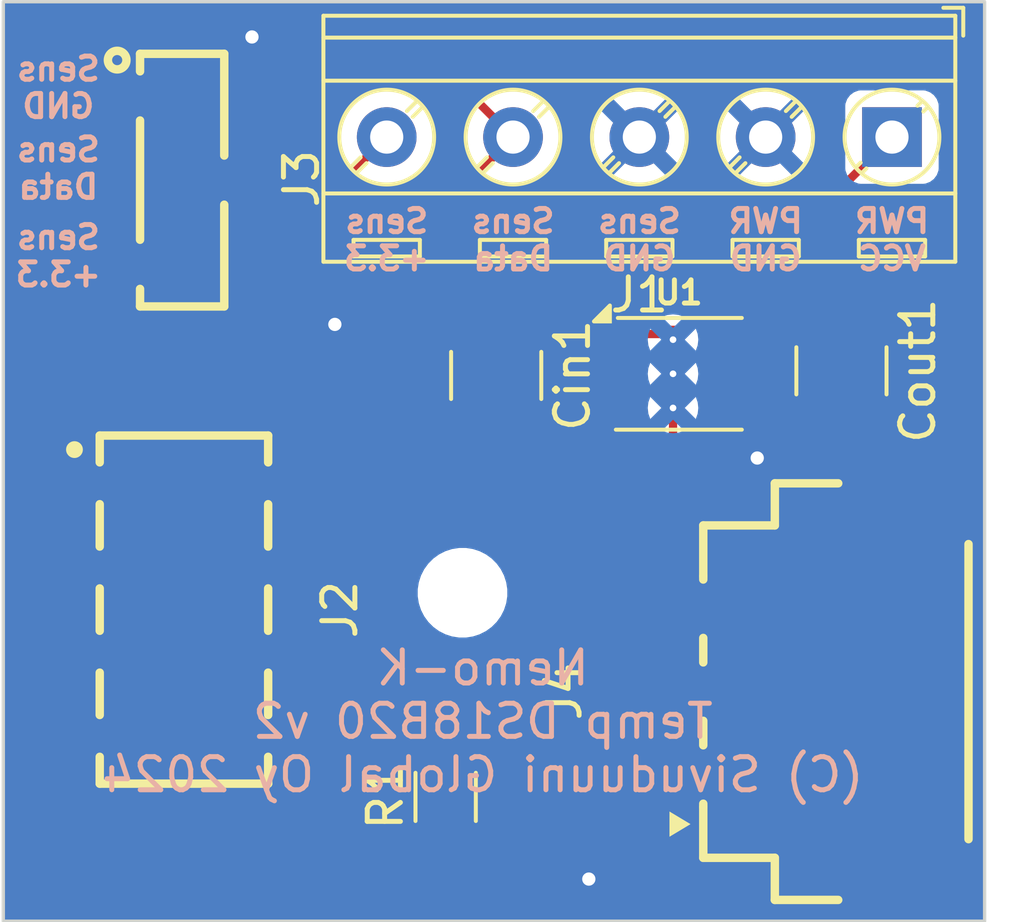
<source format=kicad_pcb>
(kicad_pcb (version 20240108) (generator "pcbnew") (generator_version "8.0")
  (layers (0 "F.Cu" signal) (31 "B.Cu" signal) (34 "B.Paste" user) (35 "F.Paste" user) (36 "B.SilkS" user "B.Silkscreen") (37 "F.SilkS" user "F.Silkscreen") (38 "B.Mask" user) (39 "F.Mask" user) (44 "Edge.Cuts" user))
  (net 0 "")
  (net 1 "Earth")
  (net 2 "+3V3")
  (net 3 "Net-(J1-Vin)")
  (net 4 "Net-(J1-TempData)")
  (footprint "Resistor_SMD:R_1206_3216Metric" (layer "F.Cu") (at 125.222 99.1215 90)
    (property "Reference" "R1" (at 0 -1.82 90) (layer "F.SilkS"))
    (property "Value" "4K7")
    (fp_line (start -0.727064 -0.91) (end 0.727064 -0.91) (stroke (width 0.12)) (layer "F.SilkS"))
    (fp_line (start -0.727064 0.91) (end 0.727064 0.91) (stroke (width 0.12)) (layer "F.SilkS"))
    (pad "1" smd roundrect (at -1.4625 0 90) (size 1.125 1.75) (layers "F.Cu" "F.Paste" "F.Mask") (roundrect_rratio 0.222222) (net 2 "+3V3"))
    (pad "2" smd roundrect (at 1.4625 0 90) (size 1.125 1.75) (layers "F.Cu" "F.Paste" "F.Mask") (roundrect_rratio 0.222222) (net 4 "Net-(J1-TempData)"))
  )
  (footprint "C5160786:HDR-TH_3P-P2.54_DZ254S-11-03-48" (layer "F.Cu") (at 117.274 80.518 -90)
    (property "Reference" "J3" (at -0.045 -3.6 90) (layer "F.SilkS"))
    (property "Value" "TempSensor")
    (fp_line (start -3.81 1.27) (end -3.81 -1.27) (stroke (width 0.254)) (layer "F.SilkS"))
    (fp_line (start -3.281 1.27) (end -3.81 1.27) (stroke (width 0.254)) (layer "F.SilkS"))
    (fp_line (start 1.799 1.27) (end -1.799 1.27) (stroke (width 0.254)) (layer "F.SilkS"))
    (fp_line (start 3.81 1.27) (end 3.281 1.27) (stroke (width 0.254)) (layer "F.SilkS"))
    (fp_line (start -3.81 -1.27) (end -0.741 -1.27) (stroke (width 0.254)) (layer "F.SilkS"))
    (fp_line (start 0.741 -1.27) (end 3.81 -1.27) (stroke (width 0.254)) (layer "F.SilkS"))
    (fp_line (start 3.81 -1.27) (end 3.81 1.27) (stroke (width 0.254)) (layer "F.SilkS"))
    (fp_circle (center -3.62 1.96) (end -3.34 1.96) (stroke (width 0.254)) (fill none) (layer "F.SilkS"))
    (pad "1" smd rect (at -2.54 1.45 270) (size 1.02 2.9) (layers "F.Cu" "F.Paste" "F.Mask") (net 1 "Earth"))
    (pad "2" smd rect (at 0 -1.45 270) (size 1.02 2.9) (layers "F.Cu" "F.Paste" "F.Mask") (net 4 "Net-(J1-TempData)"))
    (pad "3" smd rect (at 2.54 1.45 270) (size 1.02 2.9) (layers "F.Cu" "F.Paste" "F.Mask") (net 2 "+3V3"))
  )
  (footprint "C2905025:CONN-SMD_3P-P2.50_SHOUHAN_2.54-3PWTDK" (layer "F.Cu") (at 135.592 95.946 90)
    (property "Reference" "J4" (at 0 -6.8 90) (layer "F.SilkS"))
    (property "Value" "Conn_01x03_Pin")
    (fp_line (start 5.013 -2.6) (end 3.481 -2.6) (stroke (width 0.254)) (layer "F.SilkS"))
    (fp_line (start 5.013 -2.6) (end 5.013 -0.441) (stroke (width 0.254)) (layer "F.SilkS"))
    (fp_line (start 3.381 -2.6) (end 3.481 -2.6) (stroke (width 0.254)) (layer "F.SilkS"))
    (fp_line (start 0.881 -2.6) (end 1.619 -2.6) (stroke (width 0.254)) (layer "F.SilkS"))
    (fp_line (start -1.619 -2.6) (end -0.881 -2.6) (stroke (width 0.254)) (layer "F.SilkS"))
    (fp_line (start -3.481 -2.6) (end -3.381 -2.6) (stroke (width 0.254)) (layer "F.SilkS"))
    (fp_line (start -3.481 -2.6) (end -5.013 -2.6) (stroke (width 0.254)) (layer "F.SilkS"))
    (fp_line (start -5.013 -2.6) (end -5.013 -0.441) (stroke (width 0.254)) (layer "F.SilkS"))
    (fp_line (start 6.283 -0.441) (end 6.283 1.4715) (stroke (width 0.254)) (layer "F.SilkS"))
    (fp_line (start 5.013 -0.441) (end 6.283 -0.441) (stroke (width 0.254)) (layer "F.SilkS"))
    (fp_line (start -5.013 -0.441) (end -6.283 -0.441) (stroke (width 0.254)) (layer "F.SilkS"))
    (fp_line (start -6.283 -0.441) (end -6.283 1.471) (stroke (width 0.254)) (layer "F.SilkS"))
    (fp_line (start -4.45 5.401) (end 4.45 5.401) (stroke (width 0.254)) (layer "F.SilkS"))
    (fp_poly (pts (xy -3.997 -2.9845) (xy -3.616 -3.6195) (xy -4.378 -3.6195)) (fill solid) (layer "F.SilkS"))
    (pad "1" smd rect (at -2.5 -3.6 90) (size 1.3 5) (layers "F.Cu" "F.Paste" "F.Mask") (net 1 "Earth"))
    (pad "2" smd rect (at 0 -3.6 90) (size 1.3 5) (layers "F.Cu" "F.Paste" "F.Mask") (net 4 "Net-(J1-TempData)"))
    (pad "3" smd rect (at 2.5 -3.6 90) (size 1.3 5) (layers "F.Cu" "F.Paste" "F.Mask") (net 2 "+3V3"))
    (pad "4" smd rect (at 5.4 3.6 90) (size 1.5 3.8) (layers "F.Cu" "F.Paste" "F.Mask"))
    (pad "5" smd rect (at -5.4 3.6 90) (size 1.5 3.8) (layers "F.Cu" "F.Paste" "F.Mask"))
  )
  (footprint "Package_LGA:Texas_SIL0010A_MicroSiP-10-1EP_3.8x3mm_P0.6mm_EP0.7x2.9mm_ThermalVias" (layer "F.Cu") (at 132.255 86.36)
    (property "Reference" "U1" (at 0 -2.45 0) (layer "F.SilkS") (effects (font (size 0.7 0.7))))
    (property "Value" "LMZM23601V3SILR")
    (fp_line (start -1.9 1.685) (end 1.9 1.685) (stroke (width 0.12)) (layer "F.SilkS"))
    (fp_line (start -1.84 -1.685) (end 1.9 -1.685) (stroke (width 0.12)) (layer "F.SilkS"))
    (fp_poly (pts (xy -2.08 -1.58) (xy -2.56 -1.58) (xy -2.08 -2.06) (xy -2.08 -1.58)) (stroke (width 0.12)) (fill solid) (layer "F.SilkS"))
    (pad "1" smd roundrect (at -1.525 -1.2) (size 0.8 0.45) (layers "F.Cu" "F.Paste" "F.Mask") (net 1 "Earth"))
    (pad "2" smd roundrect (at -1.525 -0.6) (size 0.8 0.45) (layers "F.Cu" "F.Paste" "F.Mask") (net 1 "Earth"))
    (pad "3" smd roundrect (at -1.525 0) (size 0.8 0.45) (layers "F.Cu" "F.Paste" "F.Mask") (net 3 "Net-(J1-Vin)"))
    (pad "4" smd roundrect (at -1.525 0.6) (size 0.8 0.45) (layers "F.Cu" "F.Paste" "F.Mask") (net 3 "Net-(J1-Vin)"))
    (pad "5" smd roundrect (at -1.525 1.2) (size 0.8 0.45) (layers "F.Cu" "F.Paste" "F.Mask"))
    (pad "6" smd roundrect (at 1.525 1.2) (size 0.8 0.45) (layers "F.Cu" "F.Paste" "F.Mask") (net 2 "+3V3"))
    (pad "7" smd roundrect (at 1.525 0.6) (size 0.8 0.45) (layers "F.Cu" "F.Paste" "F.Mask") (net 2 "+3V3"))
    (pad "8" smd roundrect (at 1.525 0) (size 0.8 0.45) (layers "F.Cu" "F.Paste" "F.Mask"))
    (pad "9" smd roundrect (at 1.525 -0.6) (size 0.8 0.45) (layers "F.Cu" "F.Paste" "F.Mask"))
    (pad "10" smd roundrect (at 1.525 -1.2) (size 0.8 0.45) (layers "F.Cu" "F.Paste" "F.Mask"))
    (pad "11" thru_hole circle (at -0.175 -1.03) (size 0.5 0.5) (drill 0.2) (property pad_prop_heatsink) (layers "*.Cu") (net 1 "Earth"))
    (pad "11" thru_hole circle (at -0.175 0) (size 0.5 0.5) (drill 0.2) (property pad_prop_heatsink) (layers "*.Cu") (net 1 "Earth"))
    (pad "11" smd rect (at -0.175 0) (size 0.5 2.56) (property pad_prop_heatsink) (layers "B.Cu") (net 1 "Earth"))
    (pad "11" smd rect (at -0.175 0) (size 0.7 2.9) (property pad_prop_heatsink) (layers "F.Cu" "F.Mask") (net 1 "Earth"))
    (pad "11" thru_hole circle (at -0.175 1.03) (size 0.5 0.5) (drill 0.2) (property pad_prop_heatsink) (layers "*.Cu") (net 1 "Earth"))
  )
  (footprint "Capacitor_SMD:C_1210_3225Metric" (layer "F.Cu") (at 137.16 86.27 -90)
    (property "Reference" "Cout1" (at 0 -2.3 90) (layer "F.SilkS"))
    (property "Value" "33μF (6.3V)")
    (fp_line (start -0.711252 1.36) (end 0.711252 1.36) (stroke (width 0.12)) (layer "F.SilkS"))
    (fp_line (start -0.711252 -1.36) (end 0.711252 -1.36) (stroke (width 0.12)) (layer "F.SilkS"))
    (pad "1" smd roundrect (at -1.475 0 270) (size 1.15 2.7) (layers "F.Cu" "F.Paste" "F.Mask") (roundrect_rratio 0.217391) (net 2 "+3V3"))
    (pad "2" smd roundrect (at 1.475 0 270) (size 1.15 2.7) (layers "F.Cu" "F.Paste" "F.Mask") (roundrect_rratio 0.217391) (net 1 "Earth"))
  )
  (footprint "C3975149:HDR-SMD_8P-P2.54-V-F-R2-C4-S7.1" (layer "F.Cu") (at 117.328 93.472 -90)
    (property "Reference" "J2" (at 0 -4.7 90) (layer "F.SilkS"))
    (property "Value" "ESP-01S")
    (fp_line (start -5.25 2.54) (end -4.441 2.54) (stroke (width 0.254)) (layer "F.SilkS"))
    (fp_line (start -3.179 2.54) (end -1.901 2.54) (stroke (width 0.254)) (layer "F.SilkS"))
    (fp_line (start -0.639 2.54) (end 0.639 2.54) (stroke (width 0.254)) (layer "F.SilkS"))
    (fp_line (start 1.901 2.54) (end 3.179 2.54) (stroke (width 0.254)) (layer "F.SilkS"))
    (fp_line (start 4.441 2.54) (end 5.25 2.54) (stroke (width 0.254)) (layer "F.SilkS"))
    (fp_line (start -5.25 -2.54) (end -5.25 2.54) (stroke (width 0.254)) (layer "F.SilkS"))
    (fp_line (start -5.25 -2.54) (end -4.441 -2.54) (stroke (width 0.254)) (layer "F.SilkS"))
    (fp_line (start -3.179 -2.54) (end -1.901 -2.54) (stroke (width 0.254)) (layer "F.SilkS"))
    (fp_line (start -0.639 -2.54) (end 0.639 -2.54) (stroke (width 0.254)) (layer "F.SilkS"))
    (fp_line (start 1.901 -2.54) (end 3.179 -2.54) (stroke (width 0.254)) (layer "F.SilkS"))
    (fp_line (start 4.441 -2.54) (end 5.25 -2.54) (stroke (width 0.254)) (layer "F.SilkS"))
    (fp_line (start 5.25 -2.54) (end 5.25 2.54) (stroke (width 0.254)) (layer "F.SilkS"))
    (fp_circle (center -4.826 3.302) (end -4.699 3.302) (stroke (width 0.254)) (fill none) (layer "F.SilkS"))
    (pad "1" smd rect (at -3.81 -2.4 270) (size 0.8 3.2) (layers "F.Cu" "F.Paste" "F.Mask") (net 1 "Earth"))
    (pad "2" smd rect (at -3.81 2.4 270) (size 0.8 3.2) (layers "F.Cu" "F.Paste" "F.Mask"))
    (pad "3" smd rect (at -1.27 -2.4 270) (size 0.8 3.2) (layers "F.Cu" "F.Paste" "F.Mask") (net 4 "Net-(J1-TempData)"))
    (pad "4" smd rect (at -1.27 2.4 270) (size 0.8 3.2) (layers "F.Cu" "F.Paste" "F.Mask") (net 2 "+3V3"))
    (pad "5" smd rect (at 1.27 -2.4 270) (size 0.8 3.2) (layers "F.Cu" "F.Paste" "F.Mask"))
    (pad "6" smd rect (at 1.27 2.4 270) (size 0.8 3.2) (layers "F.Cu" "F.Paste" "F.Mask"))
    (pad "7" smd rect (at 3.81 -2.4 270) (size 0.8 3.2) (layers "F.Cu" "F.Paste" "F.Mask"))
    (pad "8" smd rect (at 3.81 2.4 270) (size 0.8 3.2) (layers "F.Cu" "F.Paste" "F.Mask") (net 2 "+3V3"))
  )
  (footprint "MountingHole:MountingHole_2.2mm_M2" (layer "F.Cu") (at 125.73 92.964)
    (property "Reference" "REF**" (hide yes))
    (property "Value" "MountingHole_2.2mm_M2")
    (pad "" np_thru_hole circle (at 0 0) (size 2.2 2.2) (drill 2.2) (layers "*.Cu" "*.Mask"))
  )
  (footprint "Capacitor_SMD:C_1210_3225Metric" (layer "F.Cu") (at 126.746 86.409 -90)
    (property "Reference" "Cin1" (at 0 -2.3 -90) (layer "F.SilkS"))
    (property "Value" "10μF (50V)")
    (fp_line (start -0.711252 1.36) (end 0.711252 1.36) (stroke (width 0.12)) (layer "F.SilkS"))
    (fp_line (start -0.711252 -1.36) (end 0.711252 -1.36) (stroke (width 0.12)) (layer "F.SilkS"))
    (pad "1" smd roundrect (at -1.475 0 270) (size 1.15 2.7) (layers "F.Cu" "F.Paste" "F.Mask") (roundrect_rratio 0.217391) (net 3 "Net-(J1-Vin)"))
    (pad "2" smd roundrect (at 1.475 0 270) (size 1.15 2.7) (layers "F.Cu" "F.Paste" "F.Mask") (roundrect_rratio 0.217391) (net 1 "Earth"))
  )
  (footprint "TerminalBlock_MetzConnect:TerminalBlock_MetzConnect_Type086_RT03405HBLC_1x05_P3.81mm_Horizontal" (layer "F.Cu") (at 138.684 79.22 180)
    (property "Reference" "J1" (at 7.62 -4.76 0) (layer "F.SilkS"))
    (property "Value" "PWR & Sensor" (hide yes))
    (fp_line (start 17.15 -3.76) (end 17.15 3.66) (stroke (width 0.12)) (layer "F.SilkS"))
    (fp_line (start 16.325 -0.91) (end 16.026 -0.611) (stroke (width 0.12)) (layer "F.SilkS"))
    (fp_line (start 16.241 -3.6) (end 16.241 -3.1) (stroke (width 0.12)) (layer "F.SilkS"))
    (fp_line (start 16.151 -1.085) (end 15.851 -0.786) (stroke (width 0.12)) (layer "F.SilkS"))
    (fp_line (start 14.63 0.786) (end 14.33 1.085) (stroke (width 0.12)) (layer "F.SilkS"))
    (fp_line (start 14.455 0.611) (end 14.156 0.91) (stroke (width 0.12)) (layer "F.SilkS"))
    (fp_line (start 14.24 -3.1) (end 16.241 -3.1) (stroke (width 0.12)) (layer "F.SilkS"))
    (fp_line (start 14.24 -3.6) (end 16.241 -3.6) (stroke (width 0.12)) (layer "F.SilkS"))
    (fp_line (start 14.24 -3.6) (end 14.24 -3.1) (stroke (width 0.12)) (layer "F.SilkS"))
    (fp_line (start 12.515 -0.91) (end 12.216 -0.611) (stroke (width 0.12)) (layer "F.SilkS"))
    (fp_line (start 12.43 -3.6) (end 12.43 -3.1) (stroke (width 0.12)) (layer "F.SilkS"))
    (fp_line (start 12.341 -1.085) (end 12.041 -0.786) (stroke (width 0.12)) (layer "F.SilkS"))
    (fp_line (start 10.82 0.786) (end 10.52 1.085) (stroke (width 0.12)) (layer "F.SilkS"))
    (fp_line (start 10.645 0.611) (end 10.346 0.91) (stroke (width 0.12)) (layer "F.SilkS"))
    (fp_line (start 10.43 -3.1) (end 12.43 -3.1) (stroke (width 0.12)) (layer "F.SilkS"))
    (fp_line (start 10.43 -3.6) (end 12.43 -3.6) (stroke (width 0.12)) (layer "F.SilkS"))
    (fp_line (start 10.43 -3.6) (end 10.43 -3.1) (stroke (width 0.12)) (layer "F.SilkS"))
    (fp_line (start 8.705 -0.91) (end 8.406 -0.611) (stroke (width 0.12)) (layer "F.SilkS"))
    (fp_line (start 8.62 -3.6) (end 8.62 -3.1) (stroke (width 0.12)) (layer "F.SilkS"))
    (fp_line (start 8.531 -1.085) (end 8.231 -0.786) (stroke (width 0.12)) (layer "F.SilkS"))
    (fp_line (start 7.01 0.786) (end 6.71 1.085) (stroke (width 0.12)) (layer "F.SilkS"))
    (fp_line (start 6.835 0.611) (end 6.536 0.91) (stroke (width 0.12)) (layer "F.SilkS"))
    (fp_line (start 6.62 -3.1) (end 8.62 -3.1) (stroke (width 0.12)) (layer "F.SilkS"))
    (fp_line (start 6.62 -3.6) (end 8.62 -3.6) (stroke (width 0.12)) (layer "F.SilkS"))
    (fp_line (start 6.62 -3.6) (end 6.62 -3.1) (stroke (width 0.12)) (layer "F.SilkS"))
    (fp_line (start 4.895 -0.91) (end 4.596 -0.611) (stroke (width 0.12)) (layer "F.SilkS"))
    (fp_line (start 4.81 -3.6) (end 4.81 -3.1) (stroke (width 0.12)) (layer "F.SilkS"))
    (fp_line (start 4.721 -1.085) (end 4.421 -0.786) (stroke (width 0.12)) (layer "F.SilkS"))
    (fp_line (start 3.2 0.786) (end 2.9 1.085) (stroke (width 0.12)) (layer "F.SilkS"))
    (fp_line (start 3.025 0.611) (end 2.726 0.91) (stroke (width 0.12)) (layer "F.SilkS"))
    (fp_line (start 2.81 -3.1) (end 4.81 -3.1) (stroke (width 0.12)) (layer "F.SilkS"))
    (fp_line (start 2.81 -3.6) (end 4.81 -3.6) (stroke (width 0.12)) (layer "F.SilkS"))
    (fp_line (start 2.81 -3.6) (end 2.81 -3.1) (stroke (width 0.12)) (layer "F.SilkS"))
    (fp_line (start 1.085 -0.91) (end 0.945 -0.771) (stroke (width 0.12)) (layer "F.SilkS"))
    (fp_line (start 1 -3.6) (end 1 -3.1) (stroke (width 0.12)) (layer "F.SilkS"))
    (fp_line (start 0.911 -1.085) (end 0.771 -0.945) (stroke (width 0.12)) (layer "F.SilkS"))
    (fp_line (start -0.771 0.945) (end -0.911 1.085) (stroke (width 0.12)) (layer "F.SilkS"))
    (fp_line (start -0.946 0.771) (end -1.085 0.91) (stroke (width 0.12)) (layer "F.SilkS"))
    (fp_line (start -1 -3.1) (end 1 -3.1) (stroke (width 0.12)) (layer "F.SilkS"))
    (fp_line (start -1 -3.6) (end 1 -3.6) (stroke (width 0.12)) (layer "F.SilkS"))
    (fp_line (start -1 -3.6) (end -1 -3.1) (stroke (width 0.12)) (layer "F.SilkS"))
    (fp_line (start -1.91 3.66) (end 17.15 3.66) (stroke (width 0.12)) (layer "F.SilkS"))
    (fp_line (start -1.91 3) (end 17.15 3) (stroke (width 0.12)) (layer "F.SilkS"))
    (fp_line (start -1.91 1.701) (end 17.15 1.701) (stroke (width 0.12)) (layer "F.SilkS"))
    (fp_line (start -1.91 -1.7) (end 17.15 -1.7) (stroke (width 0.12)) (layer "F.SilkS"))
    (fp_line (start -1.91 -3.76) (end 17.15 -3.76) (stroke (width 0.12)) (layer "F.SilkS"))
    (fp_line (start -1.91 -3.76) (end -1.91 3.66) (stroke (width 0.12)) (layer "F.SilkS"))
    (fp_line (start -2.15 3.9) (end -1.55 3.9) (stroke (width 0.12)) (layer "F.SilkS"))
    (fp_line (start -2.15 3.06) (end -2.15 3.9) (stroke (width 0.12)) (layer "F.SilkS"))
    (fp_circle (center 15.24 0) (end 16.67 0) (stroke (width 0.12)) (fill none) (layer "F.SilkS"))
    (fp_circle (center 11.43 0) (end 12.86 0) (stroke (width 0.12)) (fill none) (layer "F.SilkS"))
    (fp_circle (center 7.62 0) (end 9.05 0) (stroke (width 0.12)) (fill none) (layer "F.SilkS"))
    (fp_circle (center 3.81 0) (end 5.24 0) (stroke (width 0.12)) (fill none) (layer "F.SilkS"))
    (fp_circle (center 0 0) (end 1.43 0) (stroke (width 0.12)) (fill none) (layer "F.SilkS"))
    (pad "1" thru_hole rect (at 0 0 180) (size 1.8 1.8) (drill 1) (layers "*.Cu" "*.Mask") (net 3 "Net-(J1-Vin)"))
    (pad "2" thru_hole circle (at 3.81 0 180) (size 1.8 1.8) (drill 1) (layers "*.Cu" "*.Mask") (net 1 "Earth"))
    (pad "3" thru_hole circle (at 7.62 0 180) (size 1.8 1.8) (drill 1) (layers "*.Cu" "*.Mask") (net 1 "Earth"))
    (pad "4" thru_hole circle (at 11.43 0 180) (size 1.8 1.8) (drill 1) (layers "*.Cu" "*.Mask") (net 4 "Net-(J1-TempData)"))
    (pad "5" thru_hole circle (at 15.24 0 180) (size 1.8 1.8) (drill 1) (layers "*.Cu" "*.Mask") (net 2 "+3V3"))
  )
  (gr_rect (start 111.88 75.138) (end 141.478 102.87) (stroke (width 0.1)) (fill none) (layer "Edge.Cuts"))
  (gr_text "Sens\nData" (at 113.538 80.16 0) (layer "B.SilkS") (effects (font (size 0.7 0.7)) (justify mirror)))
  (gr_text "PWR\nGND" (at 134.874 82.32 0) (layer "B.SilkS") (effects (font (size 0.7 0.7)) (justify mirror)))
  (gr_text "PWR\nVCC" (at 138.684 82.32 0) (layer "B.SilkS") (effects (font (size 0.7 0.7)) (justify mirror)))
  (gr_text "Sens\nGND" (at 131.064 82.32 0) (layer "B.SilkS") (effects (font (size 0.7 0.7)) (justify mirror)))
  (gr_text "Sens\n+3.3" (at 123.444 82.32 0) (layer "B.SilkS") (effects (font (size 0.7 0.7)) (justify mirror)))
  (gr_text "Sens\nData" (at 127.254 82.32 0) (layer "B.SilkS") (effects (font (size 0.7 0.7)) (justify mirror)))
  (gr_text "Sens\n+3.3" (at 113.538 82.804 0) (layer "B.SilkS") (effects (font (size 0.7 0.7)) (justify mirror)))
  (gr_text "Sens\nGND" (at 113.538 77.724 0) (layer "B.SilkS") (effects (font (size 0.7 0.7)) (justify mirror)))
  (gr_text "Nemo-K\nTemp DS18B20 v2\n(C) Sivuduuni Global Oy 2024" (at 126.342 96.8415 0) (layer "B.SilkS") (effects (font (size 1 1)) (justify mirror)))
  (segment (start 130.73 85.76) (end 130.73 85.16) (width 0.25) (layer "F.Cu") (net 1))
  (segment (start 117.602 77.978) (end 119.38 76.2) (width 0.25) (layer "F.Cu") (net 1))
  (segment (start 132.08 88.9) (end 134.62 88.9) (width 0.25) (layer "F.Cu") (net 1))
  (segment (start 129.54 100.898) (end 129.54 101.6) (width 0.25) (layer "F.Cu") (net 1))
  (segment (start 137.16 87.745) (end 135.775 87.745) (width 0.25) (layer "F.Cu") (net 1))
  (segment (start 126.746 87.884) (end 127.762 88.9) (width 0.25) (layer "F.Cu") (net 1))
  (segment (start 131.992 98.446) (end 129.54 100.898) (width 0.25) (layer "F.Cu") (net 1))
  (segment (start 119.728 87.022) (end 121.88 84.87) (width 0.25) (layer "F.Cu") (net 1))
  (segment (start 135.775 87.745) (end 134.62 88.9) (width 0.25) (layer "F.Cu") (net 1))
  (segment (start 131.91 85.16) (end 132.08 85.33) (width 0.25) (layer "F.Cu") (net 1))
  (segment (start 130.73 85.16) (end 131.91 85.16) (width 0.25) (layer "F.Cu") (net 1))
  (segment (start 127.762 88.9) (end 132.08 88.9) (width 0.25) (layer "F.Cu") (net 1))
  (segment (start 132.08 86.36) (end 132.08 88.9) (width 0.25) (layer "F.Cu") (net 1))
  (segment (start 115.824 77.978) (end 117.602 77.978) (width 0.25) (layer "F.Cu") (net 1))
  (segment (start 119.728 89.662) (end 119.728 87.022) (width 0.25) (layer "F.Cu") (net 1))
  (via (at 119.38 76.2) (size 0.8) (drill 0.4) (layers "F.Cu" "B.Cu") (net 1))
  (via (at 134.62 88.9) (size 0.8) (drill 0.4) (layers "F.Cu" "B.Cu") (net 1))
  (via (at 129.54 101.6) (size 0.8) (drill 0.4) (layers "F.Cu" "B.Cu") (net 1))
  (via (at 121.88 84.87) (size 0.8) (drill 0.4) (layers "F.Cu" "B.Cu") (net 1))
  (segment (start 117.348 93.726) (end 115.824 92.202) (width 0.25) (layer "F.Cu") (net 2))
  (segment (start 128.524 97.282) (end 135.636 97.282) (width 0.25) (layer "F.Cu") (net 2))
  (segment (start 115.824 92.202) (end 117.348 90.678) (width 0.25) (layer "F.Cu") (net 2))
  (segment (start 139.7 86.106) (end 138.389 84.795) (width 0.25) (layer "F.Cu") (net 2))
  (segment (start 114.928 97.282) (end 116.078 97.282) (width 0.25) (layer "F.Cu") (net 2))
  (segment (start 133.78 86.96) (end 133.78 87.56) (width 0.25) (layer "F.Cu") (net 2))
  (segment (start 136.284 89.154) (end 138.684 89.154) (width 0.25) (layer "F.Cu") (net 2))
  (segment (start 117.348 96.012) (end 117.348 93.726) (width 0.25) (layer "F.Cu") (net 2))
  (segment (start 125.222 100.584) (end 118.23 100.584) (width 0.25) (layer "F.Cu") (net 2))
  (segment (start 139.7 88.138) (end 139.7 86.106) (width 0.25) (layer "F.Cu") (net 2))
  (segment (start 135.636 94.971) (end 134.111 93.446) (width 0.25) (layer "F.Cu") (net 2))
  (segment (start 135.636 97.282) (end 135.636 94.971) (width 0.25) (layer "F.Cu") (net 2))
  (segment (start 117.348 90.678) (end 117.348 84.582) (width 0.25) (layer "F.Cu") (net 2))
  (segment (start 119.606 83.058) (end 123.444 79.22) (width 0.25) (layer "F.Cu") (net 2))
  (segment (start 116.078 97.282) (end 117.348 96.012) (width 0.25) (layer "F.Cu") (net 2))
  (segment (start 138.684 89.154) (end 139.7 88.138) (width 0.25) (layer "F.Cu") (net 2))
  (segment (start 114.928 92.202) (end 115.824 92.202) (width 0.25) (layer "F.Cu") (net 2))
  (segment (start 117.348 84.582) (end 115.824 83.058) (width 0.25) (layer "F.Cu") (net 2))
  (segment (start 115.824 83.058) (end 119.606 83.058) (width 0.25) (layer "F.Cu") (net 2))
  (segment (start 137.16 84.795) (end 134.995 86.96) (width 0.25) (layer "F.Cu") (net 2))
  (segment (start 134.995 86.96) (end 133.78 86.96) (width 0.25) (layer "F.Cu") (net 2))
  (segment (start 138.389 84.795) (end 137.16 84.795) (width 0.25) (layer "F.Cu") (net 2))
  (segment (start 118.23 100.584) (end 114.928 97.282) (width 0.25) (layer "F.Cu") (net 2))
  (segment (start 134.111 93.446) (end 131.992 93.446) (width 0.25) (layer "F.Cu") (net 2))
  (segment (start 125.222 100.584) (end 128.524 97.282) (width 0.25) (layer "F.Cu") (net 2))
  (segment (start 131.992 93.446) (end 136.284 89.154) (width 0.25) (layer "F.Cu") (net 2))
  (segment (start 134.084 83.82) (end 127 83.82) (width 0.25) (layer "F.Cu") (net 3))
  (segment (start 130.73 86.96) (end 130.73 86.36) (width 0.25) (layer "F.Cu") (net 3))
  (segment (start 126.746 84.934) (end 128.172 86.36) (width 0.25) (layer "F.Cu") (net 3))
  (segment (start 128.172 86.36) (end 130.73 86.36) (width 0.25) (layer "F.Cu") (net 3))
  (segment (start 138.684 79.22) (end 134.084 83.82) (width 0.25) (layer "F.Cu") (net 3))
  (segment (start 126.746 84.074) (end 126.746 84.934) (width 0.25) (layer "F.Cu") (net 3))
  (segment (start 127 83.82) (end 126.746 84.074) (width 0.25) (layer "F.Cu") (net 3))
  (segment (start 125.222 97.659) (end 125.222 96.774) (width 0.25) (layer "F.Cu") (net 4))
  (segment (start 125.25 77.216) (end 127.254 79.22) (width 0.25) (layer "F.Cu") (net 4))
  (segment (start 125.222 97.659) (end 126.935 95.946) (width 0.25) (layer "F.Cu") (net 4))
  (segment (start 121.158 92.202) (end 123.952 89.408) (width 0.25) (layer "F.Cu") (net 4))
  (segment (start 122.026 77.216) (end 125.25 77.216) (width 0.25) (layer "F.Cu") (net 4))
  (segment (start 118.724 80.518) (end 122.026 77.216) (width 0.25) (layer "F.Cu") (net 4))
  (segment (start 123.952 89.408) (end 123.952 82.522) (width 0.25) (layer "F.Cu") (net 4))
  (segment (start 125.222 96.774) (end 120.65 92.202) (width 0.25) (layer "F.Cu") (net 4))
  (segment (start 120.65 92.202) (end 119.728 92.202) (width 0.25) (layer "F.Cu") (net 4))
  (segment (start 123.952 82.522) (end 127.254 79.22) (width 0.25) (layer "F.Cu") (net 4))
  (segment (start 119.728 92.202) (end 121.158 92.202) (width 0.25) (layer "F.Cu") (net 4))
  (segment (start 126.935 95.946) (end 131.992 95.946) (width 0.25) (layer "F.Cu") (net 4))
  (zone (net 1) (net_name "Earth") (layer "B.Cu") (name "Earth") (connect_pads (clearance 0.508)) (min_thickness 0.254) (fill yes (thermal_gap 0.508) (thermal_bridge_width 0.508))
    (polygon (pts (xy 141.478 102.87) (xy 111.88 102.87) (xy 111.88 75.138) (xy 141.478 75.138)))
  )
)
</source>
